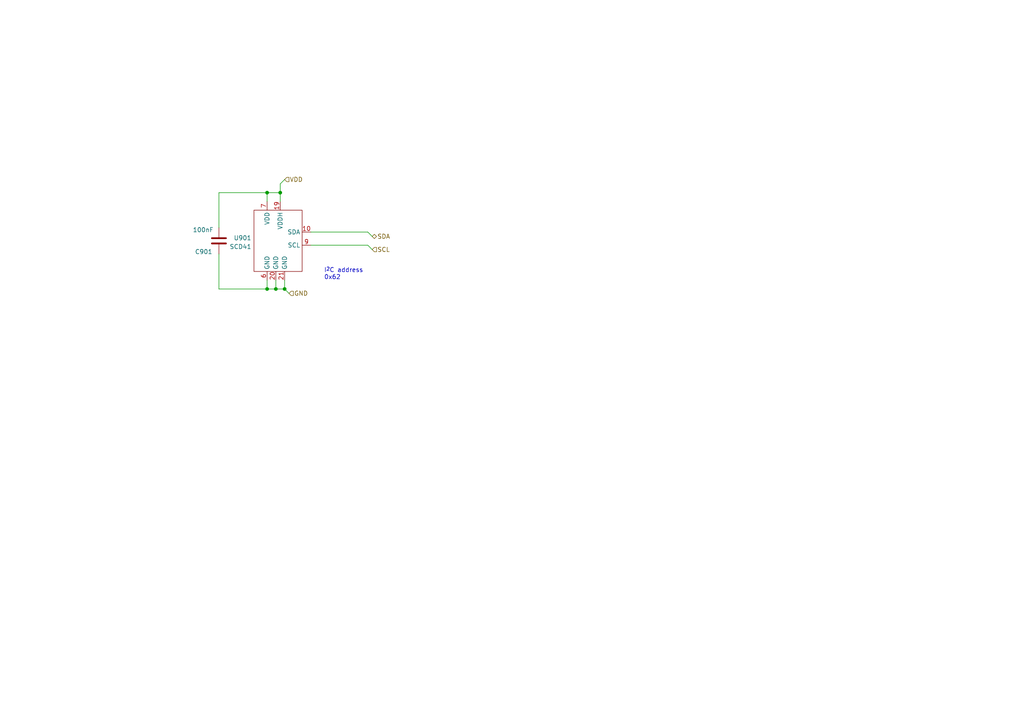
<source format=kicad_sch>
(kicad_sch (version 20211123) (generator eeschema)
  (paper "A4")
  (title_block (title "CanSat 2023") (rev "2022") (company "The Project SkyFall") (comment 1 "David Haisman"))
  (lib_symbols
    (symbol "Device:C" (pin_numbers hide) (pin_names (offset 0.254))
      (property "Reference" "C" (at 0.635 2.54 0))
      (property "Value" "C" (at 0.635 -2.54 0))
      (symbol "C_0_1"
        (polyline (pts (xy -2.032 -0.762) (xy 2.032 -0.762)) (stroke (width 0.508)))
        (polyline (pts (xy -2.032 0.762) (xy 2.032 0.762)) (stroke (width 0.508)))
      )
      (symbol "C_1_1"
        (pin passive line (at 0 3.81 270) (length 2.794) (name "~") (number "1"))
        (pin passive line (at 0 -3.81 90) (length 2.794) (name "~") (number "2"))
      )
    )
    (symbol "Sensor_Gas:SCD41"
      (property "Reference" "U" (at -1.27 -3.81 0))
      (property "Value" "SCD41" (at 1.27 -6.35 0))
      (symbol "SCD41_0_1"
        (rectangle (start -3.81 3.81) (end 10.16 -13.97) (stroke (width 0.1524)))
      )
      (symbol "SCD41_1_1"
        (pin no_connect line (at -6.35 1.27 0) (length 2.54) hide (name "DNC") (number "1"))
        (pin bidirectional line (at 12.7 -2.54 180) (length 2.54) (name "SDA") (number "10"))
        (pin no_connect line (at 12.7 -12.7 180) (length 2.54) hide (name "DNC") (number "11"))
        (pin no_connect line (at 12.7 -11.43 180) (length 2.54) hide (name "DNC") (number "12"))
        (pin no_connect line (at 12.7 -10.16 180) (length 2.54) hide (name "DNC") (number "13"))
        (pin no_connect line (at 12.7 -8.89 180) (length 2.54) hide (name "DNC") (number "14"))
        (pin no_connect line (at 12.7 -7.62 180) (length 2.54) hide (name "DNC") (number "15"))
        (pin no_connect line (at 8.89 6.35 270) (length 2.54) hide (name "DNC") (number "16"))
        (pin no_connect line (at 7.62 6.35 270) (length 2.54) hide (name "DNC") (number "17"))
        (pin no_connect line (at 6.35 6.35 270) (length 2.54) hide (name "DNC") (number "18"))
        (pin power_in line (at 3.81 6.35 270) (length 2.54) (name "VDDH") (number "19"))
        (pin no_connect line (at -6.35 0 0) (length 2.54) hide (name "DNC") (number "2"))
        (pin power_out line (at 2.54 -16.51 90) (length 2.54) (name "GND") (number "20"))
        (pin power_out line (at 5.08 -16.51 90) (length 2.54) (name "GND") (number "21"))
        (pin no_connect line (at -6.35 -1.27 0) (length 2.54) hide (name "DNC") (number "3"))
        (pin no_connect line (at -6.35 -2.54 0) (length 2.54) hide (name "DNC") (number "4"))
        (pin no_connect line (at -6.35 -3.81 0) (length 2.54) hide (name "DNC") (number "5"))
        (pin power_out line (at 0 -16.51 90) (length 2.54) (name "GND") (number "6"))
        (pin power_in line (at 0 6.35 270) (length 2.54) (name "VDD") (number "7"))
        (pin no_connect line (at 7.62 -16.51 90) (length 2.54) hide (name "DNC") (number "8"))
        (pin input line (at 12.7 -6.35 180) (length 2.54) (name "SCL") (number "9"))
      )
    )
  )
  (junction (at 82.55 83.82))
  (junction (at 80.01 83.82))
  (junction (at 77.47 83.82))
  (junction (at 81.28 55.88))
  (junction (at 77.47 55.88))
  (wire (pts (xy 63.5 73.66) (xy 63.5 83.82)))
  (wire (pts (xy 82.55 83.82) (xy 83.82 85.09)))
  (wire (pts (xy 81.28 55.88) (xy 81.28 53.34)))
  (wire (pts (xy 90.17 71.12) (xy 106.68 71.12)))
  (wire (pts (xy 77.47 83.82) (xy 80.01 83.82)))
  (wire (pts (xy 63.5 55.88) (xy 77.47 55.88)))
  (wire (pts (xy 106.68 67.31) (xy 107.95 68.58)))
  (wire (pts (xy 77.47 81.28) (xy 77.47 83.82)))
  (wire (pts (xy 80.01 81.28) (xy 80.01 83.82)))
  (wire (pts (xy 90.17 67.31) (xy 106.68 67.31)))
  (wire (pts (xy 81.28 53.34) (xy 82.55 52.07)))
  (wire (pts (xy 80.01 83.82) (xy 82.55 83.82)))
  (wire (pts (xy 106.68 71.12) (xy 107.95 72.39)))
  (wire (pts (xy 81.28 55.88) (xy 77.47 55.88)))
  (wire (pts (xy 82.55 83.82) (xy 82.55 81.28)))
  (wire (pts (xy 63.5 83.82) (xy 77.47 83.82)))
  (wire (pts (xy 81.28 58.42) (xy 81.28 55.88)))
  (wire (pts (xy 77.47 58.42) (xy 77.47 55.88)))
  (wire (pts (xy 63.5 55.88) (xy 63.5 66.04)))
  (text "I^{2}C address\n0x62" (at 93.98 81.28 0) (effects (font (size 1.27 1.27)) (justify left bottom)))
  (hierarchical_label "VDD" (shape input) (at 82.55 52.07 0))
  (hierarchical_label "GND" (shape input) (at 83.82 85.09 0))
  (hierarchical_label "SCL" (shape input) (at 107.95 72.39 0))
  (hierarchical_label "SDA" (shape bidirectional) (at 107.95 68.58 0))
  (symbol (lib_id "Sensor_Gas:SCD41") (at 77.47 64.77 0) (unit 1)
    (property "Reference" "U901" (at 72.9488 69.0153 0) (effects (justify right)))
    (property "Value" "SCD41" (at 72.9488 71.5522 0) (effects (justify right)))
    (property "Footprint" "SamacSys_Parts2:XDCR_SCD41-D-R2" (effects hide))
  )
  (symbol (lib_id "Device:C") (at 63.5 69.85 0) (mirror y) (unit 1)
    (property "Reference" "C901" (at 56.515 73.025 0) (effects (justify right)))
    (property "Value" "100nF" (at 55.88 66.675 0) (effects (justify right)))
    (property "Footprint" "Capacitor_SMD:C_0805_2012Metric" (effects hide))
  )
)
</source>
